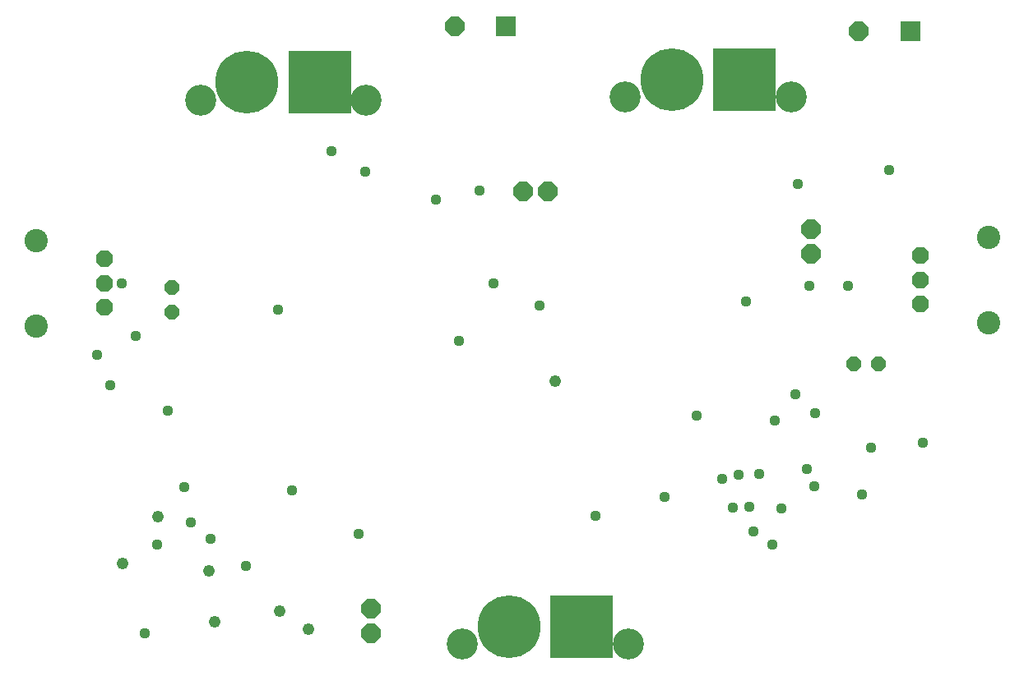
<source format=gbs>
G75*
%MOIN*%
%OFA0B0*%
%FSLAX25Y25*%
%IPPOS*%
%LPD*%
%AMOC8*
5,1,8,0,0,1.08239X$1,22.5*
%
%ADD10OC8,0.07887*%
%ADD11C,0.12600*%
%ADD12R,0.25469X0.25469*%
%ADD13C,0.25469*%
%ADD14OC8,0.06737*%
%ADD15C,0.09461*%
%ADD16OC8,0.06000*%
%ADD17R,0.07887X0.07887*%
%ADD18C,0.04369*%
%ADD19C,0.04762*%
D10*
X0344986Y0036835D03*
X0344986Y0046835D03*
X0523372Y0191047D03*
X0523372Y0201047D03*
X0416640Y0216126D03*
X0406640Y0216126D03*
X0542742Y0281165D03*
X0378766Y0283134D03*
D11*
X0447922Y0254577D03*
X0515122Y0254577D03*
X0343075Y0253396D03*
X0275875Y0253396D03*
X0381898Y0032451D03*
X0449098Y0032451D03*
D12*
X0430248Y0039551D03*
X0496272Y0261677D03*
X0324225Y0260496D03*
D13*
X0294725Y0260496D03*
X0466772Y0261677D03*
X0400748Y0039551D03*
D14*
X0236758Y0169157D03*
X0236758Y0179000D03*
X0236758Y0188843D03*
X0567624Y0190220D03*
X0567624Y0180378D03*
X0567624Y0170535D03*
D15*
X0595183Y0163055D03*
X0595183Y0197701D03*
X0209199Y0196323D03*
X0209199Y0161677D03*
D16*
X0264317Y0167150D03*
X0264317Y0177150D03*
X0540498Y0146441D03*
X0550498Y0146441D03*
D17*
X0563608Y0281165D03*
X0399632Y0283134D03*
D18*
X0328963Y0232740D03*
X0342467Y0224197D03*
X0371089Y0213055D03*
X0388963Y0216756D03*
X0394711Y0178803D03*
X0413348Y0170008D03*
X0380538Y0155575D03*
X0307309Y0168173D03*
X0249435Y0157543D03*
X0233960Y0150063D03*
X0239199Y0137465D03*
X0262427Y0127228D03*
X0269120Y0096126D03*
X0271876Y0081953D03*
X0279750Y0075260D03*
X0258097Y0072898D03*
X0294317Y0064236D03*
X0339986Y0077228D03*
X0312821Y0094945D03*
X0435852Y0084512D03*
X0464002Y0092189D03*
X0487230Y0099669D03*
X0493923Y0101244D03*
X0502191Y0101638D03*
X0521482Y0103606D03*
X0524546Y0096606D03*
X0543923Y0093370D03*
X0511246Y0087465D03*
X0498254Y0088252D03*
X0491561Y0087858D03*
X0499829Y0078409D03*
X0507703Y0072898D03*
X0547467Y0112268D03*
X0568726Y0114236D03*
X0525026Y0126441D03*
X0516758Y0133921D03*
X0508490Y0123291D03*
X0476994Y0125260D03*
X0497073Y0171717D03*
X0522663Y0178016D03*
X0538412Y0178016D03*
X0517939Y0219354D03*
X0554947Y0224866D03*
X0243923Y0178803D03*
X0253372Y0037071D03*
D19*
X0244120Y0065417D03*
X0279160Y0062268D03*
X0307900Y0045929D03*
X0319514Y0038646D03*
X0281719Y0041598D03*
X0258490Y0084118D03*
X0419514Y0139433D03*
M02*

</source>
